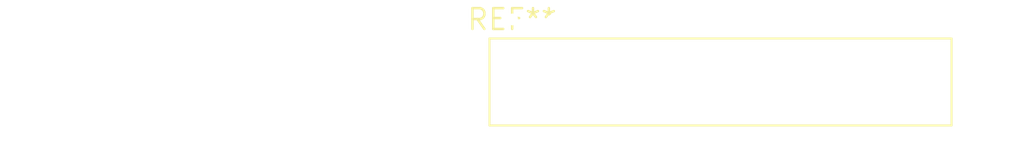
<source format=kicad_pcb>
(kicad_pcb (version 20240108) (generator pcbnew)
  (layers (0 "F.Cu" signal) (31 "B.Cu" signal) (34 "B.Paste" user) (35 "F.Paste" user) (36 "B.SilkS" user "B.Silkscreen") (37 "F.SilkS" user "F.Silkscreen") (38 "B.Mask" user) (39 "F.Mask" user) (44 "Edge.Cuts" user))
  (net 0 "")
  (footprint "Samtec_HLE-111-02-xx-DV-PE-LC_2x11_P2.54mm_Horizontal" (layer "F.Cu") (at 0 0)
    (property "Reference" "REF**")
    (property "Value" "Samtec_HLE-111-02-xx-DV-PE-LC_2x11_P2.54mm_Horizontal")
    (fp_line (start -1.38 1.16) (end 26.78 1.16) (layer "F.SilkS") (stroke (width 0.12)))
    (fp_line (start -1.38 6.46) (end -1.38 1.16) (layer "F.SilkS") (stroke (width 0.12)))
    (fp_line (start 26.78 1.16) (end 26.78 6.46) (layer "F.SilkS") (stroke (width 0.12)))
    (fp_line (start 26.78 6.46) (end -1.38 6.46) (layer "F.SilkS") (stroke (width 0.12)))
    (pad "" np_thru_hole circle (at 0 2.54) (size 1.4 1.4) (drill 1.4) (layers *.Cu *.Mask))
    (pad "" np_thru_hole circle (at 0 5.08) (size 1.4 1.4) (drill 1.4) (layers *.Cu *.Mask))
    (pad "" np_thru_hole circle (at 1.27 3.81) (size 1.19 1.19) (drill 1.19) (layers *.Cu *.Mask))
    (pad "" np_thru_hole circle (at 2.54 2.54) (size 1.4 1.4) (drill 1.4) (layers *.Cu *.Mask))
    (pad "" np_thru_hole circle (at 2.54 5.08) (size 1.4 1.4) (drill 1.4) (layers *.Cu *.Mask))
    (pad "" np_thru_hole circle (at 5.08 2.54) (size 1.4 1.4) (drill 1.4) (layers *.Cu *.Mask))
    (pad "" np_thru_hole circle (at 5.08 5.08) (size 1.4 1.4) (drill 1.4) (layers *.Cu *.Mask))
    (pad "" np_thru_hole circle (at 7.62 2.54) (size 1.4 1.4) (drill 1.4) (layers *.Cu *.Mask))
    (pad "" np_thru_hole circle (at 7.62 5.08) (size 1.4 1.4) (drill 1.4) (layers *.Cu *.Mask))
    (pad "" np_thru_hole circle (at 10.16 2.54) (size 1.4 1.4) (drill 1.4) (layers *.Cu *.Mask))
    (pad "" np_thru_hole circle (at 10.16 5.08) (size 1.4 1.4) (drill 1.4) (layers *.Cu *.Mask))
    (pad "" np_thru_hole circle (at 12.7 2.54) (size 1.4 1.4) (drill 1.4) (layers *.Cu *.Mask))
    (pad "" np_thru_hole circle (at 12.7 5.08) (size 1.4 1.4) (drill 1.4) (layers *.Cu *.Mask))
    (pad "" np_thru_hole circle (at 15.24 2.54) (size 1.4 1.4) (drill 1.4) (layers *.Cu *.Mask))
    (pad "" np_thru_hole circle (at 15.24 5.08) (size 1.4 1.4) (drill 1.4) (layers *.Cu *.Mask))
    (pad "" np_thru_hole circle (at 17.78 2.54) (size 1.4 1.4) (drill 1.4) (layers *.Cu *.Mask))
    (pad "" np_thru_hole circle (at 17.78 5.08) (size 1.4 1.4) (drill 1.4) (layers *.Cu *.Mask))
    (pad "" np_thru_hole circle (at 20.32 2.54) (size 1.4 1.4) (drill 1.4) (layers *.Cu *.Mask))
    (pad "" np_thru_hole circle (at 20.32 5.08) (size 1.4 1.4) (drill 1.4) (layers *.Cu *.Mask))
    (pad "" np_thru_hole circle (at 22.86 2.54) (size 1.4 1.4) (drill 1.4) (layers *.Cu *.Mask))
    (pad "" np_thru_hole circle (at 22.86 5.08) (size 1.4 1.4) (drill 1.4) (layers *.Cu *.Mask))
    (pad "" np_thru_hole circle (at 24.13 3.81) (size 1.19 1.19) (drill 1.19) (layers *.Cu *.Mask))
    (pad "" np_thru_hole circle (at 25.4 2.54) (size 1.4 1.4) (drill 1.4) (layers *.Cu *.Mask))
    (pad "" np_thru_hole circle (at 25.4 5.08) (size 1.4 1.4) (drill 1.4) (layers *.Cu *.Mask))
    (pad "1" thru_hole roundrect (at 0 0) (size 1.31 1.31) (drill 0.71) (layers *.Cu *.Mask) (remove_unused_layers) (roundrect_rratio 0.19084))
    (pad "2" thru_hole circle (at 0 7.62) (size 1.31 1.31) (drill 0.71) (layers *.Cu *.Mask) (remove_unused_layers))
    (pad "3" thru_hole circle (at 2.54 0) (size 1.31 1.31) (drill 0.71) (layers *.Cu *.Mask) (remove_unused_layers))
    (pad "4" thru_hole circle (at 2.54 7.62) (size 1.31 1.31) (drill 0.71) (layers *.Cu *.Mask) (remove_unused_layers))
    (pad "5" thru_hole circle (at 5.08 0) (size 1.31 1.31) (drill 0.71) (layers *.Cu *.Mask) (remove_unused_layers))
    (pad "6" thru_hole circle (at 5.08 7.62) (size 1.31 1.31) (drill 0.71) (layers *.Cu *.Mask) (remove_unused_layers))
    (pad "7" thru_hole circle (at 7.62 0) (size 1.31 1.31) (drill 0.71) (layers *.Cu *.Mask) (remove_unused_layers))
    (pad "8" thru_hole circle (at 7.62 7.62) (size 1.31 1.31) (drill 0.71) (layers *.Cu *.Mask) (remove_unused_layers))
    (pad "9" thru_hole circle (at 10.16 0) (size 1.31 1.31) (drill 0.71) (layers *.Cu *.Mask) (remove_unused_layers))
    (pad "10" thru_hole circle (at 10.16 7.62) (size 1.31 1.31) (drill 0.71) (layers *.Cu *.Mask) (remove_unused_layers))
    (pad "11" thru_hole circle (at 12.7 0) (size 1.31 1.31) (drill 0.71) (layers *.Cu *.Mask) (remove_unused_layers))
    (pad "12" thru_hole circle (at 12.7 7.62) (size 1.31 1.31) (drill 0.71) (layers *.Cu *.Mask) (remove_unused_layers))
    (pad "13" thru_hole circle (at 15.24 0) (size 1.31 1.31) (drill 0.71) (layers *.Cu *.Mask) (remove_unused_layers))
    (pad "14" thru_hole circle (at 15.24 7.62) (size 1.31 1.31) (drill 0.71) (layers *.Cu *.Mask) (remove_unused_layers))
    (pad "15" thru_hole circle (at 17.78 0) (size 1.31 1.31) (drill 0.71) (layers *.Cu *.Mask) (remove_unused_layers))
    (pad "16" thru_hole circle (at 17.78 7.62) (size 1.31 1.31) (drill 0.71) (layers *.Cu *.Mask) (remove_unused_layers))
    (pad "17" thru_hole circle (at 20.32 0) (size 1.31 1.31) (drill 0.71) (layers *.Cu *.Mask) (remove_unused_layers))
    (pad "18" thru_hole circle (at 20.32 7.62) (size 1.31 1.31) (drill 0.71) (layers *.Cu *.Mask) (remove_unused_layers))
    (pad "19" thru_hole circle (at 22.86 0) (size 1.31 1.31) (drill 0.71) (layers *.Cu *.Mask) (remove_unused_layers))
    (pad "20" thru_hole circle (at 22.86 7.62) (size 1.31 1.31) (drill 0.71) (layers *.Cu *.Mask) (remove_unused_layers))
    (pad "21" thru_hole circle (at 25.4 0) (size 1.31 1.31) (drill 0.71) (layers *.Cu *.Mask) (remove_unused_layers))
    (pad "22" thru_hole circle (at 25.4 7.62) (size 1.31 1.31) (drill 0.71) (layers *.Cu *.Mask) (remove_unused_layers))
  )
)
</source>
